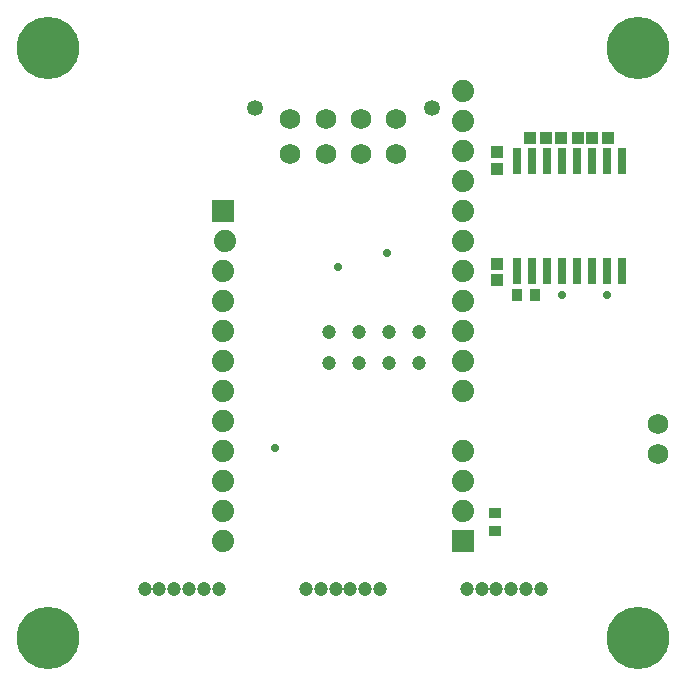
<source format=gbs>
G04*
G04 #@! TF.GenerationSoftware,Altium Limited,CircuitStudio,1.5.2 (30)*
G04*
G04 Layer_Color=8150272*
%FSLAX25Y25*%
%MOIN*%
G70*
G01*
G75*
%ADD40R,0.03950X0.04343*%
%ADD41R,0.04343X0.03556*%
%ADD42R,0.04343X0.03950*%
%ADD48C,0.06800*%
%ADD49C,0.20800*%
%ADD50C,0.05300*%
%ADD51C,0.04737*%
%ADD52C,0.07400*%
%ADD53R,0.07400X0.07400*%
%ADD54C,0.02800*%
%ADD55R,0.03123X0.08871*%
%ADD56R,0.03556X0.04343*%
D40*
X1068942Y799450D02*
D03*
X1074454D02*
D03*
X1079442Y799350D02*
D03*
X1084954D02*
D03*
X1089642D02*
D03*
X1095154D02*
D03*
D41*
X1057400Y668397D02*
D03*
Y674303D02*
D03*
D42*
X1057948Y789094D02*
D03*
Y794606D02*
D03*
X1057952Y751994D02*
D03*
Y757506D02*
D03*
D48*
X1111750Y694100D02*
D03*
Y704100D02*
D03*
X1024500Y794000D02*
D03*
X989100D02*
D03*
X1012700D02*
D03*
X1000900D02*
D03*
Y805800D02*
D03*
X1012700D02*
D03*
X989100D02*
D03*
X1024500D02*
D03*
D49*
X1105100Y632600D02*
D03*
X908200D02*
D03*
Y829500D02*
D03*
X1105100D02*
D03*
D50*
X1036300Y809500D02*
D03*
X977300D02*
D03*
D51*
X1032016Y734900D02*
D03*
X1022016D02*
D03*
X1012016D02*
D03*
X1002016D02*
D03*
Y724500D02*
D03*
X1012016D02*
D03*
X1022016D02*
D03*
X1032016D02*
D03*
X994400Y648950D02*
D03*
X999321D02*
D03*
X1004243D02*
D03*
X1009164D02*
D03*
X1014085D02*
D03*
X1019006D02*
D03*
X1072606D02*
D03*
X1067685D02*
D03*
X1062764D02*
D03*
X1057843D02*
D03*
X1052921D02*
D03*
X1048000D02*
D03*
X940600D02*
D03*
X945521D02*
D03*
X950443D02*
D03*
X955364D02*
D03*
X960285D02*
D03*
X965206D02*
D03*
D52*
X1046700Y815250D02*
D03*
Y805250D02*
D03*
Y795250D02*
D03*
Y785250D02*
D03*
Y775250D02*
D03*
Y765250D02*
D03*
Y755250D02*
D03*
Y745250D02*
D03*
Y735250D02*
D03*
Y725250D02*
D03*
Y715250D02*
D03*
Y695250D02*
D03*
Y685250D02*
D03*
Y675250D02*
D03*
X966700Y665250D02*
D03*
Y675250D02*
D03*
Y685250D02*
D03*
Y695250D02*
D03*
Y705250D02*
D03*
Y715250D02*
D03*
Y725250D02*
D03*
Y735250D02*
D03*
Y745250D02*
D03*
Y755250D02*
D03*
X967200Y765250D02*
D03*
D53*
X1046700Y665250D02*
D03*
X966700Y775250D02*
D03*
D54*
X1021216Y761000D02*
D03*
X1005000Y756450D02*
D03*
X1079600Y747050D02*
D03*
X1094598Y747052D02*
D03*
X984000Y696250D02*
D03*
D55*
X1064598Y755023D02*
D03*
X1069598D02*
D03*
X1074598D02*
D03*
X1079598D02*
D03*
X1084598D02*
D03*
X1089598D02*
D03*
X1094598D02*
D03*
X1099598D02*
D03*
Y791677D02*
D03*
X1094598D02*
D03*
X1089598D02*
D03*
X1084598D02*
D03*
X1079598D02*
D03*
X1074598D02*
D03*
X1069598D02*
D03*
X1064598D02*
D03*
D56*
X1070553Y747050D02*
D03*
X1064647D02*
D03*
M02*

</source>
